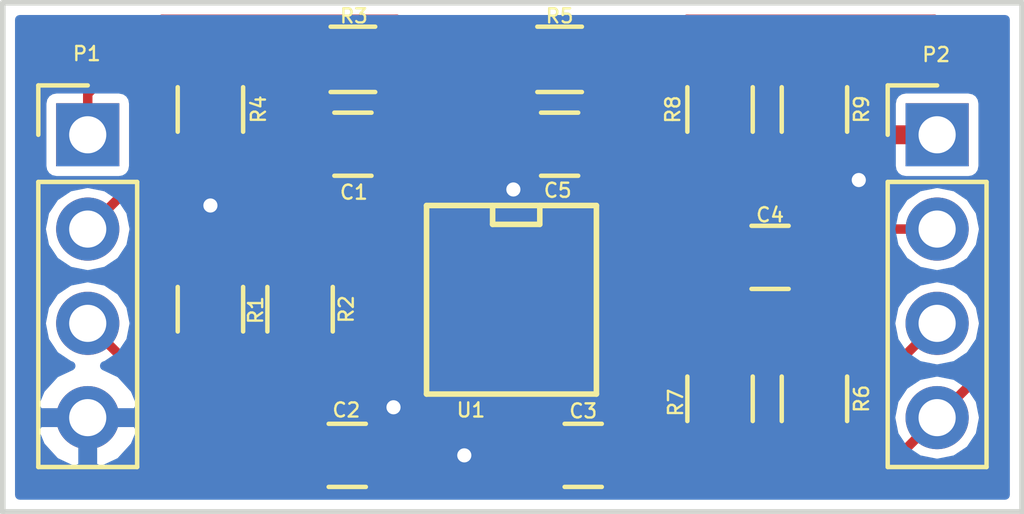
<source format=kicad_pcb>
(kicad_pcb (version 4) (host pcbnew 4.0.1-stable)

  (general
    (links 32)
    (no_connects 24)
    (area 129.718999 97.968999 157.301001 111.835001)
    (thickness 1.6)
    (drawings 4)
    (tracks 99)
    (zones 0)
    (modules 17)
    (nets 13)
  )

  (page A4)
  (layers
    (0 F.Cu signal)
    (31 B.Cu signal)
    (32 B.Adhes user)
    (33 F.Adhes user)
    (34 B.Paste user hide)
    (35 F.Paste user hide)
    (36 B.SilkS user)
    (37 F.SilkS user)
    (38 B.Mask user)
    (39 F.Mask user)
    (40 Dwgs.User user)
    (41 Cmts.User user)
    (42 Eco1.User user)
    (43 Eco2.User user)
    (44 Edge.Cuts user)
    (45 Margin user)
    (46 B.CrtYd user)
    (47 F.CrtYd user)
    (48 B.Fab user)
    (49 F.Fab user)
  )

  (setup
    (last_trace_width 0.1524)
    (trace_clearance 0.1524)
    (zone_clearance 0.254)
    (zone_45_only no)
    (trace_min 0.1524)
    (segment_width 0.2)
    (edge_width 0.15)
    (via_size 0.508)
    (via_drill 0.254)
    (via_min_size 0.508)
    (via_min_drill 0.254)
    (uvia_size 0.3)
    (uvia_drill 0.1)
    (uvias_allowed no)
    (uvia_min_size 0.2)
    (uvia_min_drill 0.1)
    (pcb_text_width 0.3)
    (pcb_text_size 1.5 1.5)
    (mod_edge_width 0.15)
    (mod_text_size 1 1)
    (mod_text_width 0.15)
    (pad_size 1.524 1.524)
    (pad_drill 0.762)
    (pad_to_mask_clearance 0.0508)
    (aux_axis_origin 0 0)
    (visible_elements 7FFFFF7F)
    (pcbplotparams
      (layerselection 0x00030_80000001)
      (usegerberextensions false)
      (excludeedgelayer true)
      (linewidth 0.100000)
      (plotframeref false)
      (viasonmask false)
      (mode 1)
      (useauxorigin false)
      (hpglpennumber 1)
      (hpglpenspeed 20)
      (hpglpendiameter 15)
      (hpglpenoverlay 2)
      (psnegative false)
      (psa4output false)
      (plotreference true)
      (plotvalue true)
      (plotinvisibletext false)
      (padsonsilk false)
      (subtractmaskfromsilk false)
      (outputformat 1)
      (mirror false)
      (drillshape 1)
      (scaleselection 1)
      (outputdirectory ""))
  )

  (net 0 "")
  (net 1 "Net-(C1-Pad1)")
  (net 2 "Net-(C2-Pad1)")
  (net 3 GND)
  (net 4 "Net-(C3-Pad1)")
  (net 5 "Net-(C4-Pad1)")
  (net 6 /-IN_A)
  (net 7 /+IN_A)
  (net 8 +5V)
  (net 9 /OUT_B)
  (net 10 /-IN_B)
  (net 11 /+IN_B)
  (net 12 /OUT_A)

  (net_class Default "This is the default net class."
    (clearance 0.1524)
    (trace_width 0.1524)
    (via_dia 0.508)
    (via_drill 0.254)
    (uvia_dia 0.3)
    (uvia_drill 0.1)
  )

  (net_class Power ""
    (clearance 0.254)
    (trace_width 0.508)
    (via_dia 0.635)
    (via_drill 0.381)
    (uvia_dia 0.3)
    (uvia_drill 0.1)
    (add_net +5V)
    (add_net GND)
  )

  (net_class Signal ""
    (clearance 0.2032)
    (trace_width 0.254)
    (via_dia 0.508)
    (via_drill 0.254)
    (uvia_dia 0.3)
    (uvia_drill 0.1)
    (add_net /+IN_A)
    (add_net /+IN_B)
    (add_net /-IN_A)
    (add_net /-IN_B)
    (add_net /OUT_A)
    (add_net /OUT_B)
    (add_net "Net-(C1-Pad1)")
    (add_net "Net-(C2-Pad1)")
    (add_net "Net-(C3-Pad1)")
    (add_net "Net-(C4-Pad1)")
  )

  (module Capacitors_SMD:C_0805_HandSoldering (layer F.Cu) (tedit 5B4695FF) (tstamp 5B3424F7)
    (at 139.2174 101.854)
    (descr "Capacitor SMD 0805, hand soldering")
    (tags "capacitor 0805")
    (path /5B299EFF)
    (attr smd)
    (fp_text reference C1 (at 0.0254 1.2954) (layer F.SilkS)
      (effects (font (size 0.381 0.381) (thickness 0.0635)))
    )
    (fp_text value "100 nF" (at 0 1.75) (layer F.Fab) hide
      (effects (font (size 1 1) (thickness 0.15)))
    )
    (fp_text user %R (at 0.0254 -0.0254) (layer F.Fab)
      (effects (font (size 0.381 0.381) (thickness 0.0635)))
    )
    (fp_line (start -1 0.62) (end -1 -0.62) (layer F.Fab) (width 0.1))
    (fp_line (start 1 0.62) (end -1 0.62) (layer F.Fab) (width 0.1))
    (fp_line (start 1 -0.62) (end 1 0.62) (layer F.Fab) (width 0.1))
    (fp_line (start -1 -0.62) (end 1 -0.62) (layer F.Fab) (width 0.1))
    (fp_line (start 0.5 -0.85) (end -0.5 -0.85) (layer F.SilkS) (width 0.12))
    (fp_line (start -0.5 0.85) (end 0.5 0.85) (layer F.SilkS) (width 0.12))
    (fp_line (start -2.25 -0.88) (end 2.25 -0.88) (layer F.CrtYd) (width 0.05))
    (fp_line (start -2.25 -0.88) (end -2.25 0.87) (layer F.CrtYd) (width 0.05))
    (fp_line (start 2.25 0.87) (end 2.25 -0.88) (layer F.CrtYd) (width 0.05))
    (fp_line (start 2.25 0.87) (end -2.25 0.87) (layer F.CrtYd) (width 0.05))
    (pad 1 smd rect (at -1.25 0) (size 1.5 1.25) (layers F.Cu F.Paste F.Mask)
      (net 1 "Net-(C1-Pad1)"))
    (pad 2 smd rect (at 1.25 0) (size 1.5 1.25) (layers F.Cu F.Paste F.Mask)
      (net 12 /OUT_A))
    (model Capacitors_SMD.3dshapes/C_0805.wrl
      (at (xyz 0 0 0))
      (scale (xyz 1 1 1))
      (rotate (xyz 0 0 0))
    )
  )

  (module Capacitors_SMD:C_0805_HandSoldering (layer F.Cu) (tedit 5B4695E7) (tstamp 5B3424FD)
    (at 139.065 110.236)
    (descr "Capacitor SMD 0805, hand soldering")
    (tags "capacitor 0805")
    (path /5B29A05C)
    (attr smd)
    (fp_text reference C2 (at -0.0254 -1.2192) (layer F.SilkS)
      (effects (font (size 0.381 0.381) (thickness 0.0635)))
    )
    (fp_text value "10 nF" (at 0 1.75) (layer F.Fab) hide
      (effects (font (size 1 1) (thickness 0.15)))
    )
    (fp_text user %R (at 0.0254 0) (layer F.Fab)
      (effects (font (size 0.381 0.381) (thickness 0.0635)))
    )
    (fp_line (start -1 0.62) (end -1 -0.62) (layer F.Fab) (width 0.1))
    (fp_line (start 1 0.62) (end -1 0.62) (layer F.Fab) (width 0.1))
    (fp_line (start 1 -0.62) (end 1 0.62) (layer F.Fab) (width 0.1))
    (fp_line (start -1 -0.62) (end 1 -0.62) (layer F.Fab) (width 0.1))
    (fp_line (start 0.5 -0.85) (end -0.5 -0.85) (layer F.SilkS) (width 0.12))
    (fp_line (start -0.5 0.85) (end 0.5 0.85) (layer F.SilkS) (width 0.12))
    (fp_line (start -2.25 -0.88) (end 2.25 -0.88) (layer F.CrtYd) (width 0.05))
    (fp_line (start -2.25 -0.88) (end -2.25 0.87) (layer F.CrtYd) (width 0.05))
    (fp_line (start 2.25 0.87) (end 2.25 -0.88) (layer F.CrtYd) (width 0.05))
    (fp_line (start 2.25 0.87) (end -2.25 0.87) (layer F.CrtYd) (width 0.05))
    (pad 1 smd rect (at -1.25 0) (size 1.5 1.25) (layers F.Cu F.Paste F.Mask)
      (net 2 "Net-(C2-Pad1)"))
    (pad 2 smd rect (at 1.25 0) (size 1.5 1.25) (layers F.Cu F.Paste F.Mask)
      (net 3 GND))
    (model Capacitors_SMD.3dshapes/C_0805.wrl
      (at (xyz 0 0 0))
      (scale (xyz 1 1 1))
      (rotate (xyz 0 0 0))
    )
  )

  (module Capacitors_SMD:C_0805_HandSoldering (layer F.Cu) (tedit 5B46965E) (tstamp 5B342503)
    (at 145.415 110.236 180)
    (descr "Capacitor SMD 0805, hand soldering")
    (tags "capacitor 0805")
    (path /5B29A23E)
    (attr smd)
    (fp_text reference C3 (at 0 1.1938 180) (layer F.SilkS)
      (effects (font (size 0.381 0.381) (thickness 0.0635)))
    )
    (fp_text value 0 (at 0 1.75 180) (layer F.Fab) hide
      (effects (font (size 1 1) (thickness 0.15)))
    )
    (fp_text user %R (at 0.0254 -0.0254 180) (layer F.Fab)
      (effects (font (size 0.381 0.381) (thickness 0.0635)))
    )
    (fp_line (start -1 0.62) (end -1 -0.62) (layer F.Fab) (width 0.1))
    (fp_line (start 1 0.62) (end -1 0.62) (layer F.Fab) (width 0.1))
    (fp_line (start 1 -0.62) (end 1 0.62) (layer F.Fab) (width 0.1))
    (fp_line (start -1 -0.62) (end 1 -0.62) (layer F.Fab) (width 0.1))
    (fp_line (start 0.5 -0.85) (end -0.5 -0.85) (layer F.SilkS) (width 0.12))
    (fp_line (start -0.5 0.85) (end 0.5 0.85) (layer F.SilkS) (width 0.12))
    (fp_line (start -2.25 -0.88) (end 2.25 -0.88) (layer F.CrtYd) (width 0.05))
    (fp_line (start -2.25 -0.88) (end -2.25 0.87) (layer F.CrtYd) (width 0.05))
    (fp_line (start 2.25 0.87) (end 2.25 -0.88) (layer F.CrtYd) (width 0.05))
    (fp_line (start 2.25 0.87) (end -2.25 0.87) (layer F.CrtYd) (width 0.05))
    (pad 1 smd rect (at -1.25 0 180) (size 1.5 1.25) (layers F.Cu F.Paste F.Mask)
      (net 4 "Net-(C3-Pad1)"))
    (pad 2 smd rect (at 1.25 0 180) (size 1.5 1.25) (layers F.Cu F.Paste F.Mask)
      (net 3 GND))
    (model Capacitors_SMD.3dshapes/C_0805.wrl
      (at (xyz 0 0 0))
      (scale (xyz 1 1 1))
      (rotate (xyz 0 0 0))
    )
  )

  (module Capacitors_SMD:C_0805_HandSoldering (layer F.Cu) (tedit 5B46969A) (tstamp 5B342509)
    (at 150.4442 104.902 180)
    (descr "Capacitor SMD 0805, hand soldering")
    (tags "capacitor 0805")
    (path /5B29A161)
    (attr smd)
    (fp_text reference C4 (at 0 1.143 180) (layer F.SilkS)
      (effects (font (size 0.381 0.381) (thickness 0.0635)))
    )
    (fp_text value 0 (at 0 1.75 180) (layer F.Fab) hide
      (effects (font (size 1 1) (thickness 0.15)))
    )
    (fp_text user %R (at -0.0254 -0.0762 180) (layer F.Fab)
      (effects (font (size 0.381 0.381) (thickness 0.0635)))
    )
    (fp_line (start -1 0.62) (end -1 -0.62) (layer F.Fab) (width 0.1))
    (fp_line (start 1 0.62) (end -1 0.62) (layer F.Fab) (width 0.1))
    (fp_line (start 1 -0.62) (end 1 0.62) (layer F.Fab) (width 0.1))
    (fp_line (start -1 -0.62) (end 1 -0.62) (layer F.Fab) (width 0.1))
    (fp_line (start 0.5 -0.85) (end -0.5 -0.85) (layer F.SilkS) (width 0.12))
    (fp_line (start -0.5 0.85) (end 0.5 0.85) (layer F.SilkS) (width 0.12))
    (fp_line (start -2.25 -0.88) (end 2.25 -0.88) (layer F.CrtYd) (width 0.05))
    (fp_line (start -2.25 -0.88) (end -2.25 0.87) (layer F.CrtYd) (width 0.05))
    (fp_line (start 2.25 0.87) (end 2.25 -0.88) (layer F.CrtYd) (width 0.05))
    (fp_line (start 2.25 0.87) (end -2.25 0.87) (layer F.CrtYd) (width 0.05))
    (pad 1 smd rect (at -1.25 0 180) (size 1.5 1.25) (layers F.Cu F.Paste F.Mask)
      (net 5 "Net-(C4-Pad1)"))
    (pad 2 smd rect (at 1.25 0 180) (size 1.5 1.25) (layers F.Cu F.Paste F.Mask)
      (net 9 /OUT_B))
    (model Capacitors_SMD.3dshapes/C_0805.wrl
      (at (xyz 0 0 0))
      (scale (xyz 1 1 1))
      (rotate (xyz 0 0 0))
    )
  )

  (module Pin_Headers:Pin_Header_Straight_1x04_Pitch2.54mm (layer F.Cu) (tedit 5B469460) (tstamp 5B342511)
    (at 132.08 101.6)
    (descr "Through hole straight pin header, 1x04, 2.54mm pitch, single row")
    (tags "Through hole pin header THT 1x04 2.54mm single row")
    (path /5B2A164A)
    (fp_text reference P1 (at -0.0254 -2.1844) (layer F.SilkS)
      (effects (font (size 0.381 0.381) (thickness 0.0635)))
    )
    (fp_text value CONN_01X04 (at 0 9.95) (layer F.Fab) hide
      (effects (font (size 1 1) (thickness 0.15)))
    )
    (fp_line (start -0.635 -1.27) (end 1.27 -1.27) (layer F.Fab) (width 0.1))
    (fp_line (start 1.27 -1.27) (end 1.27 8.89) (layer F.Fab) (width 0.1))
    (fp_line (start 1.27 8.89) (end -1.27 8.89) (layer F.Fab) (width 0.1))
    (fp_line (start -1.27 8.89) (end -1.27 -0.635) (layer F.Fab) (width 0.1))
    (fp_line (start -1.27 -0.635) (end -0.635 -1.27) (layer F.Fab) (width 0.1))
    (fp_line (start -1.33 8.95) (end 1.33 8.95) (layer F.SilkS) (width 0.12))
    (fp_line (start -1.33 1.27) (end -1.33 8.95) (layer F.SilkS) (width 0.12))
    (fp_line (start 1.33 1.27) (end 1.33 8.95) (layer F.SilkS) (width 0.12))
    (fp_line (start -1.33 1.27) (end 1.33 1.27) (layer F.SilkS) (width 0.12))
    (fp_line (start -1.33 0) (end -1.33 -1.33) (layer F.SilkS) (width 0.12))
    (fp_line (start -1.33 -1.33) (end 0 -1.33) (layer F.SilkS) (width 0.12))
    (fp_line (start -1.8 -1.8) (end -1.8 9.4) (layer F.CrtYd) (width 0.05))
    (fp_line (start -1.8 9.4) (end 1.8 9.4) (layer F.CrtYd) (width 0.05))
    (fp_line (start 1.8 9.4) (end 1.8 -1.8) (layer F.CrtYd) (width 0.05))
    (fp_line (start 1.8 -1.8) (end -1.8 -1.8) (layer F.CrtYd) (width 0.05))
    (fp_text user %R (at 0 3.81 90) (layer F.Fab)
      (effects (font (size 0.381 0.381) (thickness 0.0635)))
    )
    (pad 1 thru_hole rect (at 0 0) (size 1.7 1.7) (drill 1) (layers *.Cu *.Mask)
      (net 12 /OUT_A))
    (pad 2 thru_hole oval (at 0 2.54) (size 1.7 1.7) (drill 1) (layers *.Cu *.Mask)
      (net 6 /-IN_A))
    (pad 3 thru_hole oval (at 0 5.08) (size 1.7 1.7) (drill 1) (layers *.Cu *.Mask)
      (net 7 /+IN_A))
    (pad 4 thru_hole oval (at 0 7.62) (size 1.7 1.7) (drill 1) (layers *.Cu *.Mask)
      (net 3 GND))
    (model ${KISYS3DMOD}/Pin_Headers.3dshapes/Pin_Header_Straight_1x04_Pitch2.54mm.wrl
      (at (xyz 0 0 0))
      (scale (xyz 1 1 1))
      (rotate (xyz 0 0 0))
    )
  )

  (module Pin_Headers:Pin_Header_Straight_1x04_Pitch2.54mm (layer F.Cu) (tedit 5B4696D6) (tstamp 5B342519)
    (at 154.94 101.6)
    (descr "Through hole straight pin header, 1x04, 2.54mm pitch, single row")
    (tags "Through hole pin header THT 1x04 2.54mm single row")
    (path /5B2A16E6)
    (fp_text reference P2 (at -0.0254 -2.159) (layer F.SilkS)
      (effects (font (size 0.381 0.381) (thickness 0.0635)))
    )
    (fp_text value CONN_01X04 (at 0 9.95) (layer F.Fab) hide
      (effects (font (size 1 1) (thickness 0.15)))
    )
    (fp_line (start -0.635 -1.27) (end 1.27 -1.27) (layer F.Fab) (width 0.1))
    (fp_line (start 1.27 -1.27) (end 1.27 8.89) (layer F.Fab) (width 0.1))
    (fp_line (start 1.27 8.89) (end -1.27 8.89) (layer F.Fab) (width 0.1))
    (fp_line (start -1.27 8.89) (end -1.27 -0.635) (layer F.Fab) (width 0.1))
    (fp_line (start -1.27 -0.635) (end -0.635 -1.27) (layer F.Fab) (width 0.1))
    (fp_line (start -1.33 8.95) (end 1.33 8.95) (layer F.SilkS) (width 0.12))
    (fp_line (start -1.33 1.27) (end -1.33 8.95) (layer F.SilkS) (width 0.12))
    (fp_line (start 1.33 1.27) (end 1.33 8.95) (layer F.SilkS) (width 0.12))
    (fp_line (start -1.33 1.27) (end 1.33 1.27) (layer F.SilkS) (width 0.12))
    (fp_line (start -1.33 0) (end -1.33 -1.33) (layer F.SilkS) (width 0.12))
    (fp_line (start -1.33 -1.33) (end 0 -1.33) (layer F.SilkS) (width 0.12))
    (fp_line (start -1.8 -1.8) (end -1.8 9.4) (layer F.CrtYd) (width 0.05))
    (fp_line (start -1.8 9.4) (end 1.8 9.4) (layer F.CrtYd) (width 0.05))
    (fp_line (start 1.8 9.4) (end 1.8 -1.8) (layer F.CrtYd) (width 0.05))
    (fp_line (start 1.8 -1.8) (end -1.8 -1.8) (layer F.CrtYd) (width 0.05))
    (fp_text user %R (at 0 3.81 90) (layer F.Fab)
      (effects (font (size 0.381 0.381) (thickness 0.0635)))
    )
    (pad 1 thru_hole rect (at 0 0) (size 1.7 1.7) (drill 1) (layers *.Cu *.Mask)
      (net 8 +5V))
    (pad 2 thru_hole oval (at 0 2.54) (size 1.7 1.7) (drill 1) (layers *.Cu *.Mask)
      (net 9 /OUT_B))
    (pad 3 thru_hole oval (at 0 5.08) (size 1.7 1.7) (drill 1) (layers *.Cu *.Mask)
      (net 10 /-IN_B))
    (pad 4 thru_hole oval (at 0 7.62) (size 1.7 1.7) (drill 1) (layers *.Cu *.Mask)
      (net 11 /+IN_B))
    (model ${KISYS3DMOD}/Pin_Headers.3dshapes/Pin_Header_Straight_1x04_Pitch2.54mm.wrl
      (at (xyz 0 0 0))
      (scale (xyz 1 1 1))
      (rotate (xyz 0 0 0))
    )
  )

  (module Resistors_SMD:R_0805_HandSoldering (layer F.Cu) (tedit 5B4695C0) (tstamp 5B34251F)
    (at 135.382 106.299 270)
    (descr "Resistor SMD 0805, hand soldering")
    (tags "resistor 0805")
    (path /5B29AE9F)
    (attr smd)
    (fp_text reference R1 (at 0.0254 -1.2192 270) (layer F.SilkS)
      (effects (font (size 0.381 0.381) (thickness 0.0635)))
    )
    (fp_text value "3 k" (at 0 1.75 270) (layer F.Fab) hide
      (effects (font (size 1 1) (thickness 0.15)))
    )
    (fp_text user %R (at 0 0 270) (layer F.Fab)
      (effects (font (size 0.381 0.381) (thickness 0.0635)))
    )
    (fp_line (start -1 0.62) (end -1 -0.62) (layer F.Fab) (width 0.1))
    (fp_line (start 1 0.62) (end -1 0.62) (layer F.Fab) (width 0.1))
    (fp_line (start 1 -0.62) (end 1 0.62) (layer F.Fab) (width 0.1))
    (fp_line (start -1 -0.62) (end 1 -0.62) (layer F.Fab) (width 0.1))
    (fp_line (start 0.6 0.88) (end -0.6 0.88) (layer F.SilkS) (width 0.12))
    (fp_line (start -0.6 -0.88) (end 0.6 -0.88) (layer F.SilkS) (width 0.12))
    (fp_line (start -2.35 -0.9) (end 2.35 -0.9) (layer F.CrtYd) (width 0.05))
    (fp_line (start -2.35 -0.9) (end -2.35 0.9) (layer F.CrtYd) (width 0.05))
    (fp_line (start 2.35 0.9) (end 2.35 -0.9) (layer F.CrtYd) (width 0.05))
    (fp_line (start 2.35 0.9) (end -2.35 0.9) (layer F.CrtYd) (width 0.05))
    (pad 1 smd rect (at -1.35 0 270) (size 1.5 1.3) (layers F.Cu F.Paste F.Mask)
      (net 1 "Net-(C1-Pad1)"))
    (pad 2 smd rect (at 1.35 0 270) (size 1.5 1.3) (layers F.Cu F.Paste F.Mask)
      (net 7 /+IN_A))
    (model ${KISYS3DMOD}/Resistors_SMD.3dshapes/R_0805.wrl
      (at (xyz 0 0 0))
      (scale (xyz 1 1 1))
      (rotate (xyz 0 0 0))
    )
  )

  (module Resistors_SMD:R_0805_HandSoldering (layer F.Cu) (tedit 5B4695CE) (tstamp 5B342525)
    (at 137.795 106.299 90)
    (descr "Resistor SMD 0805, hand soldering")
    (tags "resistor 0805")
    (path /5B29999C)
    (attr smd)
    (fp_text reference R2 (at 0 1.2446 90) (layer F.SilkS)
      (effects (font (size 0.381 0.381) (thickness 0.0635)))
    )
    (fp_text value "53.6 k" (at 0 1.75 90) (layer F.Fab) hide
      (effects (font (size 1 1) (thickness 0.15)))
    )
    (fp_text user %R (at 0 0 90) (layer F.Fab)
      (effects (font (size 0.381 0.381) (thickness 0.0635)))
    )
    (fp_line (start -1 0.62) (end -1 -0.62) (layer F.Fab) (width 0.1))
    (fp_line (start 1 0.62) (end -1 0.62) (layer F.Fab) (width 0.1))
    (fp_line (start 1 -0.62) (end 1 0.62) (layer F.Fab) (width 0.1))
    (fp_line (start -1 -0.62) (end 1 -0.62) (layer F.Fab) (width 0.1))
    (fp_line (start 0.6 0.88) (end -0.6 0.88) (layer F.SilkS) (width 0.12))
    (fp_line (start -0.6 -0.88) (end 0.6 -0.88) (layer F.SilkS) (width 0.12))
    (fp_line (start -2.35 -0.9) (end 2.35 -0.9) (layer F.CrtYd) (width 0.05))
    (fp_line (start -2.35 -0.9) (end -2.35 0.9) (layer F.CrtYd) (width 0.05))
    (fp_line (start 2.35 0.9) (end 2.35 -0.9) (layer F.CrtYd) (width 0.05))
    (fp_line (start 2.35 0.9) (end -2.35 0.9) (layer F.CrtYd) (width 0.05))
    (pad 1 smd rect (at -1.35 0 90) (size 1.5 1.3) (layers F.Cu F.Paste F.Mask)
      (net 2 "Net-(C2-Pad1)"))
    (pad 2 smd rect (at 1.35 0 90) (size 1.5 1.3) (layers F.Cu F.Paste F.Mask)
      (net 1 "Net-(C1-Pad1)"))
    (model ${KISYS3DMOD}/Resistors_SMD.3dshapes/R_0805.wrl
      (at (xyz 0 0 0))
      (scale (xyz 1 1 1))
      (rotate (xyz 0 0 0))
    )
  )

  (module Resistors_SMD:R_0805_HandSoldering (layer F.Cu) (tedit 5B46960B) (tstamp 5B34252B)
    (at 139.2174 99.568 180)
    (descr "Resistor SMD 0805, hand soldering")
    (tags "resistor 0805")
    (path /5B299A49)
    (attr smd)
    (fp_text reference R3 (at -0.0254 1.1684 180) (layer F.SilkS)
      (effects (font (size 0.381 0.381) (thickness 0.0635)))
    )
    (fp_text value 0 (at 0 1.75 180) (layer F.Fab) hide
      (effects (font (size 1 1) (thickness 0.15)))
    )
    (fp_text user %R (at 0 0 180) (layer F.Fab)
      (effects (font (size 0.381 0.381) (thickness 0.0635)))
    )
    (fp_line (start -1 0.62) (end -1 -0.62) (layer F.Fab) (width 0.1))
    (fp_line (start 1 0.62) (end -1 0.62) (layer F.Fab) (width 0.1))
    (fp_line (start 1 -0.62) (end 1 0.62) (layer F.Fab) (width 0.1))
    (fp_line (start -1 -0.62) (end 1 -0.62) (layer F.Fab) (width 0.1))
    (fp_line (start 0.6 0.88) (end -0.6 0.88) (layer F.SilkS) (width 0.12))
    (fp_line (start -0.6 -0.88) (end 0.6 -0.88) (layer F.SilkS) (width 0.12))
    (fp_line (start -2.35 -0.9) (end 2.35 -0.9) (layer F.CrtYd) (width 0.05))
    (fp_line (start -2.35 -0.9) (end -2.35 0.9) (layer F.CrtYd) (width 0.05))
    (fp_line (start 2.35 0.9) (end 2.35 -0.9) (layer F.CrtYd) (width 0.05))
    (fp_line (start 2.35 0.9) (end -2.35 0.9) (layer F.CrtYd) (width 0.05))
    (pad 1 smd rect (at -1.35 0 180) (size 1.5 1.3) (layers F.Cu F.Paste F.Mask)
      (net 12 /OUT_A))
    (pad 2 smd rect (at 1.35 0 180) (size 1.5 1.3) (layers F.Cu F.Paste F.Mask)
      (net 6 /-IN_A))
    (model ${KISYS3DMOD}/Resistors_SMD.3dshapes/R_0805.wrl
      (at (xyz 0 0 0))
      (scale (xyz 1 1 1))
      (rotate (xyz 0 0 0))
    )
  )

  (module Resistors_SMD:R_0805_HandSoldering (layer F.Cu) (tedit 5B4695B4) (tstamp 5B342531)
    (at 135.382 100.918 270)
    (descr "Resistor SMD 0805, hand soldering")
    (tags "resistor 0805")
    (path /5B299AFA)
    (attr smd)
    (fp_text reference R4 (at -0.0038 -1.2954 270) (layer F.SilkS)
      (effects (font (size 0.381 0.381) (thickness 0.0635)))
    )
    (fp_text value 0 (at 0 1.75 270) (layer F.Fab) hide
      (effects (font (size 1 1) (thickness 0.15)))
    )
    (fp_text user %R (at 0 0 270) (layer F.Fab)
      (effects (font (size 0.381 0.381) (thickness 0.0635)))
    )
    (fp_line (start -1 0.62) (end -1 -0.62) (layer F.Fab) (width 0.1))
    (fp_line (start 1 0.62) (end -1 0.62) (layer F.Fab) (width 0.1))
    (fp_line (start 1 -0.62) (end 1 0.62) (layer F.Fab) (width 0.1))
    (fp_line (start -1 -0.62) (end 1 -0.62) (layer F.Fab) (width 0.1))
    (fp_line (start 0.6 0.88) (end -0.6 0.88) (layer F.SilkS) (width 0.12))
    (fp_line (start -0.6 -0.88) (end 0.6 -0.88) (layer F.SilkS) (width 0.12))
    (fp_line (start -2.35 -0.9) (end 2.35 -0.9) (layer F.CrtYd) (width 0.05))
    (fp_line (start -2.35 -0.9) (end -2.35 0.9) (layer F.CrtYd) (width 0.05))
    (fp_line (start 2.35 0.9) (end 2.35 -0.9) (layer F.CrtYd) (width 0.05))
    (fp_line (start 2.35 0.9) (end -2.35 0.9) (layer F.CrtYd) (width 0.05))
    (pad 1 smd rect (at -1.35 0 270) (size 1.5 1.3) (layers F.Cu F.Paste F.Mask)
      (net 6 /-IN_A))
    (pad 2 smd rect (at 1.35 0 270) (size 1.5 1.3) (layers F.Cu F.Paste F.Mask)
      (net 3 GND))
    (model ${KISYS3DMOD}/Resistors_SMD.3dshapes/R_0805.wrl
      (at (xyz 0 0 0))
      (scale (xyz 1 1 1))
      (rotate (xyz 0 0 0))
    )
  )

  (module Resistors_SMD:R_0805_HandSoldering (layer F.Cu) (tedit 5B46961F) (tstamp 5B342537)
    (at 144.78 99.568 180)
    (descr "Resistor SMD 0805, hand soldering")
    (tags "resistor 0805")
    (path /5B2A385F)
    (attr smd)
    (fp_text reference R5 (at 0 1.1684 180) (layer F.SilkS)
      (effects (font (size 0.381 0.381) (thickness 0.0635)))
    )
    (fp_text value 0 (at 0 1.75 180) (layer F.Fab) hide
      (effects (font (size 1 1) (thickness 0.15)))
    )
    (fp_text user %R (at 0 0 180) (layer F.Fab)
      (effects (font (size 0.381 0.381) (thickness 0.0635)))
    )
    (fp_line (start -1 0.62) (end -1 -0.62) (layer F.Fab) (width 0.1))
    (fp_line (start 1 0.62) (end -1 0.62) (layer F.Fab) (width 0.1))
    (fp_line (start 1 -0.62) (end 1 0.62) (layer F.Fab) (width 0.1))
    (fp_line (start -1 -0.62) (end 1 -0.62) (layer F.Fab) (width 0.1))
    (fp_line (start 0.6 0.88) (end -0.6 0.88) (layer F.SilkS) (width 0.12))
    (fp_line (start -0.6 -0.88) (end 0.6 -0.88) (layer F.SilkS) (width 0.12))
    (fp_line (start -2.35 -0.9) (end 2.35 -0.9) (layer F.CrtYd) (width 0.05))
    (fp_line (start -2.35 -0.9) (end -2.35 0.9) (layer F.CrtYd) (width 0.05))
    (fp_line (start 2.35 0.9) (end 2.35 -0.9) (layer F.CrtYd) (width 0.05))
    (fp_line (start 2.35 0.9) (end -2.35 0.9) (layer F.CrtYd) (width 0.05))
    (pad 1 smd rect (at -1.35 0 180) (size 1.5 1.3) (layers F.Cu F.Paste F.Mask)
      (net 11 /+IN_B))
    (pad 2 smd rect (at 1.35 0 180) (size 1.5 1.3) (layers F.Cu F.Paste F.Mask)
      (net 12 /OUT_A))
    (model ${KISYS3DMOD}/Resistors_SMD.3dshapes/R_0805.wrl
      (at (xyz 0 0 0))
      (scale (xyz 1 1 1))
      (rotate (xyz 0 0 0))
    )
  )

  (module Resistors_SMD:R_0805_HandSoldering (layer F.Cu) (tedit 5B469685) (tstamp 5B34253D)
    (at 151.638 108.712 270)
    (descr "Resistor SMD 0805, hand soldering")
    (tags "resistor 0805")
    (path /5B299E50)
    (attr smd)
    (fp_text reference R6 (at 0 -1.27 270) (layer F.SilkS)
      (effects (font (size 0.381 0.381) (thickness 0.0635)))
    )
    (fp_text value 0 (at 0 1.75 270) (layer F.Fab) hide
      (effects (font (size 1 1) (thickness 0.15)))
    )
    (fp_text user %R (at 0 0 270) (layer F.Fab)
      (effects (font (size 0.381 0.381) (thickness 0.0635)))
    )
    (fp_line (start -1 0.62) (end -1 -0.62) (layer F.Fab) (width 0.1))
    (fp_line (start 1 0.62) (end -1 0.62) (layer F.Fab) (width 0.1))
    (fp_line (start 1 -0.62) (end 1 0.62) (layer F.Fab) (width 0.1))
    (fp_line (start -1 -0.62) (end 1 -0.62) (layer F.Fab) (width 0.1))
    (fp_line (start 0.6 0.88) (end -0.6 0.88) (layer F.SilkS) (width 0.12))
    (fp_line (start -0.6 -0.88) (end 0.6 -0.88) (layer F.SilkS) (width 0.12))
    (fp_line (start -2.35 -0.9) (end 2.35 -0.9) (layer F.CrtYd) (width 0.05))
    (fp_line (start -2.35 -0.9) (end -2.35 0.9) (layer F.CrtYd) (width 0.05))
    (fp_line (start 2.35 0.9) (end 2.35 -0.9) (layer F.CrtYd) (width 0.05))
    (fp_line (start 2.35 0.9) (end -2.35 0.9) (layer F.CrtYd) (width 0.05))
    (pad 1 smd rect (at -1.35 0 270) (size 1.5 1.3) (layers F.Cu F.Paste F.Mask)
      (net 5 "Net-(C4-Pad1)"))
    (pad 2 smd rect (at 1.35 0 270) (size 1.5 1.3) (layers F.Cu F.Paste F.Mask)
      (net 11 /+IN_B))
    (model ${KISYS3DMOD}/Resistors_SMD.3dshapes/R_0805.wrl
      (at (xyz 0 0 0))
      (scale (xyz 1 1 1))
      (rotate (xyz 0 0 0))
    )
  )

  (module Resistors_SMD:R_0805_HandSoldering (layer F.Cu) (tedit 5B469673) (tstamp 5B342543)
    (at 149.098 108.712 90)
    (descr "Resistor SMD 0805, hand soldering")
    (tags "resistor 0805")
    (path /5B299D93)
    (attr smd)
    (fp_text reference R7 (at -0.1016 -1.1938 90) (layer F.SilkS)
      (effects (font (size 0.381 0.381) (thickness 0.0635)))
    )
    (fp_text value 0 (at 0 1.75 90) (layer F.Fab) hide
      (effects (font (size 1 1) (thickness 0.15)))
    )
    (fp_text user %R (at 0 0 90) (layer F.Fab)
      (effects (font (size 0.381 0.381) (thickness 0.0635)))
    )
    (fp_line (start -1 0.62) (end -1 -0.62) (layer F.Fab) (width 0.1))
    (fp_line (start 1 0.62) (end -1 0.62) (layer F.Fab) (width 0.1))
    (fp_line (start 1 -0.62) (end 1 0.62) (layer F.Fab) (width 0.1))
    (fp_line (start -1 -0.62) (end 1 -0.62) (layer F.Fab) (width 0.1))
    (fp_line (start 0.6 0.88) (end -0.6 0.88) (layer F.SilkS) (width 0.12))
    (fp_line (start -0.6 -0.88) (end 0.6 -0.88) (layer F.SilkS) (width 0.12))
    (fp_line (start -2.35 -0.9) (end 2.35 -0.9) (layer F.CrtYd) (width 0.05))
    (fp_line (start -2.35 -0.9) (end -2.35 0.9) (layer F.CrtYd) (width 0.05))
    (fp_line (start 2.35 0.9) (end 2.35 -0.9) (layer F.CrtYd) (width 0.05))
    (fp_line (start 2.35 0.9) (end -2.35 0.9) (layer F.CrtYd) (width 0.05))
    (pad 1 smd rect (at -1.35 0 90) (size 1.5 1.3) (layers F.Cu F.Paste F.Mask)
      (net 4 "Net-(C3-Pad1)"))
    (pad 2 smd rect (at 1.35 0 90) (size 1.5 1.3) (layers F.Cu F.Paste F.Mask)
      (net 5 "Net-(C4-Pad1)"))
    (model ${KISYS3DMOD}/Resistors_SMD.3dshapes/R_0805.wrl
      (at (xyz 0 0 0))
      (scale (xyz 1 1 1))
      (rotate (xyz 0 0 0))
    )
  )

  (module Resistors_SMD:R_0805_HandSoldering (layer F.Cu) (tedit 5B4696AF) (tstamp 5B342549)
    (at 149.098 100.918 90)
    (descr "Resistor SMD 0805, hand soldering")
    (tags "resistor 0805")
    (path /5B299BAD)
    (attr smd)
    (fp_text reference R8 (at 0 -1.27 90) (layer F.SilkS)
      (effects (font (size 0.381 0.381) (thickness 0.0635)))
    )
    (fp_text value 0 (at 0 1.75 90) (layer F.Fab) hide
      (effects (font (size 1 1) (thickness 0.15)))
    )
    (fp_text user %R (at 0 0 90) (layer F.Fab)
      (effects (font (size 0.381 0.381) (thickness 0.0635)))
    )
    (fp_line (start -1 0.62) (end -1 -0.62) (layer F.Fab) (width 0.1))
    (fp_line (start 1 0.62) (end -1 0.62) (layer F.Fab) (width 0.1))
    (fp_line (start 1 -0.62) (end 1 0.62) (layer F.Fab) (width 0.1))
    (fp_line (start -1 -0.62) (end 1 -0.62) (layer F.Fab) (width 0.1))
    (fp_line (start 0.6 0.88) (end -0.6 0.88) (layer F.SilkS) (width 0.12))
    (fp_line (start -0.6 -0.88) (end 0.6 -0.88) (layer F.SilkS) (width 0.12))
    (fp_line (start -2.35 -0.9) (end 2.35 -0.9) (layer F.CrtYd) (width 0.05))
    (fp_line (start -2.35 -0.9) (end -2.35 0.9) (layer F.CrtYd) (width 0.05))
    (fp_line (start 2.35 0.9) (end 2.35 -0.9) (layer F.CrtYd) (width 0.05))
    (fp_line (start 2.35 0.9) (end -2.35 0.9) (layer F.CrtYd) (width 0.05))
    (pad 1 smd rect (at -1.35 0 90) (size 1.5 1.3) (layers F.Cu F.Paste F.Mask)
      (net 9 /OUT_B))
    (pad 2 smd rect (at 1.35 0 90) (size 1.5 1.3) (layers F.Cu F.Paste F.Mask)
      (net 10 /-IN_B))
    (model ${KISYS3DMOD}/Resistors_SMD.3dshapes/R_0805.wrl
      (at (xyz 0 0 0))
      (scale (xyz 1 1 1))
      (rotate (xyz 0 0 0))
    )
  )

  (module Resistors_SMD:R_0805_HandSoldering (layer F.Cu) (tedit 5B4696C3) (tstamp 5B34254F)
    (at 151.638 100.918 270)
    (descr "Resistor SMD 0805, hand soldering")
    (tags "resistor 0805")
    (path /5B299C9C)
    (attr smd)
    (fp_text reference R9 (at -0.0038 -1.27 270) (layer F.SilkS)
      (effects (font (size 0.381 0.381) (thickness 0.0635)))
    )
    (fp_text value 0 (at 0 1.75 270) (layer F.Fab) hide
      (effects (font (size 1 1) (thickness 0.15)))
    )
    (fp_text user %R (at 0 0 270) (layer F.Fab)
      (effects (font (size 0.381 0.381) (thickness 0.0635)))
    )
    (fp_line (start -1 0.62) (end -1 -0.62) (layer F.Fab) (width 0.1))
    (fp_line (start 1 0.62) (end -1 0.62) (layer F.Fab) (width 0.1))
    (fp_line (start 1 -0.62) (end 1 0.62) (layer F.Fab) (width 0.1))
    (fp_line (start -1 -0.62) (end 1 -0.62) (layer F.Fab) (width 0.1))
    (fp_line (start 0.6 0.88) (end -0.6 0.88) (layer F.SilkS) (width 0.12))
    (fp_line (start -0.6 -0.88) (end 0.6 -0.88) (layer F.SilkS) (width 0.12))
    (fp_line (start -2.35 -0.9) (end 2.35 -0.9) (layer F.CrtYd) (width 0.05))
    (fp_line (start -2.35 -0.9) (end -2.35 0.9) (layer F.CrtYd) (width 0.05))
    (fp_line (start 2.35 0.9) (end 2.35 -0.9) (layer F.CrtYd) (width 0.05))
    (fp_line (start 2.35 0.9) (end -2.35 0.9) (layer F.CrtYd) (width 0.05))
    (pad 1 smd rect (at -1.35 0 270) (size 1.5 1.3) (layers F.Cu F.Paste F.Mask)
      (net 10 /-IN_B))
    (pad 2 smd rect (at 1.35 0 270) (size 1.5 1.3) (layers F.Cu F.Paste F.Mask)
      (net 3 GND))
    (model ${KISYS3DMOD}/Resistors_SMD.3dshapes/R_0805.wrl
      (at (xyz 0 0 0))
      (scale (xyz 1 1 1))
      (rotate (xyz 0 0 0))
    )
  )

  (module SMD_Packages:SOIC-8-N (layer F.Cu) (tedit 5B46964B) (tstamp 5B34255B)
    (at 143.4846 106.045 270)
    (descr "Module Narrow CMS SOJ 8 pins large")
    (tags "CMS SOJ")
    (path /5B299571)
    (attr smd)
    (fp_text reference U1 (at 2.9718 1.0922 360) (layer F.SilkS)
      (effects (font (size 0.381 0.381) (thickness 0.0635)))
    )
    (fp_text value AD8692 (at 0 1.27 270) (layer F.Fab) hide
      (effects (font (size 1 1) (thickness 0.15)))
    )
    (fp_line (start -2.54 -2.286) (end 2.54 -2.286) (layer F.SilkS) (width 0.15))
    (fp_line (start 2.54 -2.286) (end 2.54 2.286) (layer F.SilkS) (width 0.15))
    (fp_line (start 2.54 2.286) (end -2.54 2.286) (layer F.SilkS) (width 0.15))
    (fp_line (start -2.54 2.286) (end -2.54 -2.286) (layer F.SilkS) (width 0.15))
    (fp_line (start -2.54 -0.762) (end -2.032 -0.762) (layer F.SilkS) (width 0.15))
    (fp_line (start -2.032 -0.762) (end -2.032 0.508) (layer F.SilkS) (width 0.15))
    (fp_line (start -2.032 0.508) (end -2.54 0.508) (layer F.SilkS) (width 0.15))
    (pad 8 smd rect (at -1.905 -3.175 270) (size 0.508 1.143) (layers F.Cu F.Paste F.Mask)
      (net 8 +5V))
    (pad 7 smd rect (at -0.635 -3.175 270) (size 0.508 1.143) (layers F.Cu F.Paste F.Mask)
      (net 9 /OUT_B))
    (pad 6 smd rect (at 0.635 -3.175 270) (size 0.508 1.143) (layers F.Cu F.Paste F.Mask)
      (net 10 /-IN_B))
    (pad 5 smd rect (at 1.905 -3.175 270) (size 0.508 1.143) (layers F.Cu F.Paste F.Mask)
      (net 4 "Net-(C3-Pad1)"))
    (pad 4 smd rect (at 1.905 3.175 270) (size 0.508 1.143) (layers F.Cu F.Paste F.Mask)
      (net 3 GND))
    (pad 3 smd rect (at 0.635 3.175 270) (size 0.508 1.143) (layers F.Cu F.Paste F.Mask)
      (net 2 "Net-(C2-Pad1)"))
    (pad 2 smd rect (at -0.635 3.175 270) (size 0.508 1.143) (layers F.Cu F.Paste F.Mask)
      (net 6 /-IN_A))
    (pad 1 smd rect (at -1.905 3.175 270) (size 0.508 1.143) (layers F.Cu F.Paste F.Mask)
      (net 12 /OUT_A))
    (model SMD_Packages.3dshapes/SOIC-8-N.wrl
      (at (xyz 0 0 0))
      (scale (xyz 0.5 0.38 0.5))
      (rotate (xyz 0 0 0))
    )
  )

  (module Capacitors_SMD:C_0805_HandSoldering (layer F.Cu) (tedit 5B469633) (tstamp 5B34286D)
    (at 144.78 101.854 180)
    (descr "Capacitor SMD 0805, hand soldering")
    (tags "capacitor 0805")
    (path /5B34285D)
    (attr smd)
    (fp_text reference C5 (at 0.0508 -1.2446 180) (layer F.SilkS)
      (effects (font (size 0.381 0.381) (thickness 0.0635)))
    )
    (fp_text value "100 nF" (at 0 1.75 180) (layer F.Fab) hide
      (effects (font (size 1 1) (thickness 0.15)))
    )
    (fp_text user %R (at -0.0254 -0.0254 180) (layer F.Fab)
      (effects (font (size 0.381 0.381) (thickness 0.0635)))
    )
    (fp_line (start -1 0.62) (end -1 -0.62) (layer F.Fab) (width 0.1))
    (fp_line (start 1 0.62) (end -1 0.62) (layer F.Fab) (width 0.1))
    (fp_line (start 1 -0.62) (end 1 0.62) (layer F.Fab) (width 0.1))
    (fp_line (start -1 -0.62) (end 1 -0.62) (layer F.Fab) (width 0.1))
    (fp_line (start 0.5 -0.85) (end -0.5 -0.85) (layer F.SilkS) (width 0.12))
    (fp_line (start -0.5 0.85) (end 0.5 0.85) (layer F.SilkS) (width 0.12))
    (fp_line (start -2.25 -0.88) (end 2.25 -0.88) (layer F.CrtYd) (width 0.05))
    (fp_line (start -2.25 -0.88) (end -2.25 0.87) (layer F.CrtYd) (width 0.05))
    (fp_line (start 2.25 0.87) (end 2.25 -0.88) (layer F.CrtYd) (width 0.05))
    (fp_line (start 2.25 0.87) (end -2.25 0.87) (layer F.CrtYd) (width 0.05))
    (pad 1 smd rect (at -1.25 0 180) (size 1.5 1.25) (layers F.Cu F.Paste F.Mask)
      (net 8 +5V))
    (pad 2 smd rect (at 1.25 0 180) (size 1.5 1.25) (layers F.Cu F.Paste F.Mask)
      (net 3 GND))
    (model Capacitors_SMD.3dshapes/C_0805.wrl
      (at (xyz 0 0 0))
      (scale (xyz 1 1 1))
      (rotate (xyz 0 0 0))
    )
  )

  (gr_line (start 129.794 98.044) (end 129.794 111.76) (layer Edge.Cuts) (width 0.15))
  (gr_line (start 157.226 98.044) (end 129.794 98.044) (layer Edge.Cuts) (width 0.15))
  (gr_line (start 157.226 111.76) (end 157.226 98.044) (layer Edge.Cuts) (width 0.15))
  (gr_line (start 129.794 111.76) (end 157.226 111.76) (layer Edge.Cuts) (width 0.15))

  (segment (start 137.9674 101.854) (end 137.9674 104.7766) (width 0.254) (layer F.Cu) (net 1))
  (segment (start 137.9674 104.7766) (end 137.795 104.949) (width 0.254) (layer F.Cu) (net 1))
  (segment (start 135.382 104.949) (end 137.795 104.949) (width 0.254) (layer F.Cu) (net 1))
  (segment (start 137.795 107.649) (end 137.795 110.216) (width 0.254) (layer F.Cu) (net 2))
  (segment (start 137.795 110.216) (end 137.815 110.236) (width 0.254) (layer F.Cu) (net 2))
  (segment (start 140.3096 106.68) (end 139.9921 106.68) (width 0.254) (layer F.Cu) (net 2))
  (segment (start 139.9921 106.68) (end 139.0231 107.649) (width 0.254) (layer F.Cu) (net 2))
  (segment (start 139.0231 107.649) (end 137.795 107.649) (width 0.254) (layer F.Cu) (net 2))
  (segment (start 151.638 102.268) (end 152.2806 102.268) (width 0.508) (layer F.Cu) (net 3))
  (segment (start 152.2806 102.268) (end 152.8318 102.8192) (width 0.508) (layer F.Cu) (net 3))
  (segment (start 151.638 102.268) (end 151.875589 102.505589) (width 0.508) (layer F.Cu) (net 3))
  (via (at 152.8318 102.8192) (size 0.635) (drill 0.381) (layers F.Cu B.Cu) (net 3))
  (segment (start 135.382 102.268) (end 135.382 103.505) (width 0.508) (layer F.Cu) (net 3))
  (via (at 135.382 103.505) (size 0.635) (drill 0.381) (layers F.Cu B.Cu) (net 3))
  (segment (start 135.382 102.268) (end 135.382 102.5398) (width 0.508) (layer F.Cu) (net 3))
  (segment (start 143.53 101.854) (end 143.53 103.0678) (width 0.508) (layer F.Cu) (net 3))
  (segment (start 143.53 103.0678) (end 143.5354 103.0732) (width 0.508) (layer F.Cu) (net 3))
  (via (at 143.5354 103.0732) (size 0.635) (drill 0.381) (layers F.Cu B.Cu) (net 3))
  (segment (start 140.3096 108.9406) (end 140.3096 110.2306) (width 0.508) (layer F.Cu) (net 3))
  (segment (start 140.3096 107.95) (end 140.3096 108.9406) (width 0.508) (layer F.Cu) (net 3))
  (via (at 140.3096 108.9406) (size 0.635) (drill 0.381) (layers F.Cu B.Cu) (net 3))
  (segment (start 142.2146 110.236) (end 144.165 110.236) (width 0.508) (layer F.Cu) (net 3))
  (segment (start 140.315 110.236) (end 142.2146 110.236) (width 0.508) (layer F.Cu) (net 3))
  (via (at 142.2146 110.236) (size 0.635) (drill 0.381) (layers F.Cu B.Cu) (net 3))
  (segment (start 140.3096 110.2306) (end 140.315 110.236) (width 0.508) (layer F.Cu) (net 3))
  (segment (start 149.098 110.062) (end 146.839 110.062) (width 0.254) (layer F.Cu) (net 4))
  (segment (start 146.839 110.062) (end 146.665 110.236) (width 0.254) (layer F.Cu) (net 4))
  (segment (start 146.6596 107.95) (end 146.6596 110.2306) (width 0.254) (layer F.Cu) (net 4))
  (segment (start 146.6596 110.2306) (end 146.665 110.236) (width 0.254) (layer F.Cu) (net 4))
  (segment (start 151.638 107.362) (end 150.734 107.362) (width 0.254) (layer F.Cu) (net 5))
  (segment (start 150.734 107.362) (end 149.098 107.362) (width 0.254) (layer F.Cu) (net 5))
  (segment (start 151.638 107.362) (end 151.638 104.9582) (width 0.254) (layer F.Cu) (net 5))
  (segment (start 151.638 104.9582) (end 151.6942 104.902) (width 0.254) (layer F.Cu) (net 5))
  (segment (start 134.0612 102.1588) (end 132.08 104.14) (width 0.254) (layer F.Cu) (net 6))
  (segment (start 134.0612 99.9848) (end 134.0612 102.1588) (width 0.254) (layer F.Cu) (net 6))
  (segment (start 135.382 99.568) (end 134.478 99.568) (width 0.254) (layer F.Cu) (net 6))
  (segment (start 134.478 99.568) (end 134.0612 99.9848) (width 0.254) (layer F.Cu) (net 6))
  (segment (start 139.2428 104.6607) (end 139.2428 100.8434) (width 0.254) (layer F.Cu) (net 6))
  (segment (start 139.2428 100.8434) (end 137.9674 99.568) (width 0.254) (layer F.Cu) (net 6))
  (segment (start 137.9674 99.568) (end 137.8674 99.568) (width 0.254) (layer F.Cu) (net 6))
  (segment (start 140.3096 105.41) (end 139.9921 105.41) (width 0.254) (layer F.Cu) (net 6))
  (segment (start 139.9921 105.41) (end 139.2428 104.6607) (width 0.254) (layer F.Cu) (net 6))
  (segment (start 135.382 99.568) (end 137.8674 99.568) (width 0.254) (layer F.Cu) (net 6))
  (segment (start 132.08 106.68) (end 133.049 107.649) (width 0.254) (layer F.Cu) (net 7))
  (segment (start 133.049 107.649) (end 135.382 107.649) (width 0.254) (layer F.Cu) (net 7))
  (segment (start 145.9992 102.7176) (end 145.9992 101.8848) (width 0.508) (layer F.Cu) (net 8))
  (segment (start 145.9992 101.8848) (end 146.03 101.854) (width 0.508) (layer F.Cu) (net 8))
  (segment (start 146.6596 104.14) (end 146.6596 103.378) (width 0.508) (layer F.Cu) (net 8))
  (segment (start 146.6596 103.378) (end 145.9992 102.7176) (width 0.508) (layer F.Cu) (net 8))
  (segment (start 154.94 101.6) (end 153.582 101.6) (width 0.508) (layer F.Cu) (net 8))
  (segment (start 153.582 101.6) (end 152.991999 101.009999) (width 0.508) (layer F.Cu) (net 8))
  (segment (start 152.991999 101.009999) (end 148.132001 101.009999) (width 0.508) (layer F.Cu) (net 8))
  (segment (start 148.132001 101.009999) (end 147.288 101.854) (width 0.508) (layer F.Cu) (net 8))
  (segment (start 147.288 101.854) (end 146.03 101.854) (width 0.508) (layer F.Cu) (net 8))
  (segment (start 149.098 102.268) (end 149.098 103.886) (width 0.254) (layer F.Cu) (net 9))
  (segment (start 153.737919 104.14) (end 153.483919 103.886) (width 0.254) (layer F.Cu) (net 9))
  (segment (start 149.098 103.886) (end 149.098 104.8058) (width 0.254) (layer F.Cu) (net 9))
  (segment (start 154.94 104.14) (end 153.737919 104.14) (width 0.254) (layer F.Cu) (net 9))
  (segment (start 153.483919 103.886) (end 149.098 103.886) (width 0.254) (layer F.Cu) (net 9))
  (segment (start 149.1942 104.902) (end 149.3192 104.902) (width 0.254) (layer F.Cu) (net 9))
  (segment (start 146.6596 105.41) (end 148.6862 105.41) (width 0.254) (layer F.Cu) (net 9))
  (segment (start 148.6862 105.41) (end 149.1942 104.902) (width 0.254) (layer F.Cu) (net 9))
  (segment (start 149.098 104.8058) (end 149.1942 104.902) (width 0.254) (layer F.Cu) (net 9))
  (segment (start 148.402838 108.6612) (end 152.9588 108.6612) (width 0.254) (layer F.Cu) (net 10))
  (segment (start 152.9588 108.6612) (end 154.94 106.68) (width 0.254) (layer F.Cu) (net 10))
  (segment (start 147.8534 107.5563) (end 147.8534 108.111762) (width 0.254) (layer F.Cu) (net 10))
  (segment (start 147.8534 108.111762) (end 148.402838 108.6612) (width 0.254) (layer F.Cu) (net 10))
  (segment (start 146.6596 106.68) (end 146.9771 106.68) (width 0.254) (layer F.Cu) (net 10))
  (segment (start 146.9771 106.68) (end 147.8534 107.5563) (width 0.254) (layer F.Cu) (net 10))
  (segment (start 151.638 99.568) (end 149.098 99.568) (width 0.254) (layer F.Cu) (net 10))
  (segment (start 149.098 99.568) (end 148.194 99.568) (width 0.254) (layer F.Cu) (net 10))
  (segment (start 148.194 99.568) (end 147.0256 100.7364) (width 0.254) (layer F.Cu) (net 10))
  (segment (start 146.618198 106.638598) (end 146.6596 106.68) (width 0.254) (layer F.Cu) (net 10))
  (segment (start 147.0256 100.7364) (end 145.086798 100.7364) (width 0.254) (layer F.Cu) (net 10))
  (segment (start 145.086798 100.7364) (end 144.661001 101.162197) (width 0.254) (layer F.Cu) (net 10))
  (segment (start 144.661001 101.162197) (end 144.661001 105.452799) (width 0.254) (layer F.Cu) (net 10))
  (segment (start 144.661001 105.452799) (end 145.8468 106.638598) (width 0.254) (layer F.Cu) (net 10))
  (segment (start 145.8468 106.638598) (end 146.618198 106.638598) (width 0.254) (layer F.Cu) (net 10))
  (segment (start 155.789999 108.370001) (end 154.94 109.22) (width 0.254) (layer F.Cu) (net 11))
  (segment (start 156.628212 100.255817) (end 156.628212 107.531788) (width 0.254) (layer F.Cu) (net 11))
  (segment (start 147.134 99.568) (end 148.214201 98.487799) (width 0.254) (layer F.Cu) (net 11))
  (segment (start 154.860194 98.487799) (end 156.628212 100.255817) (width 0.254) (layer F.Cu) (net 11))
  (segment (start 146.13 99.568) (end 147.134 99.568) (width 0.254) (layer F.Cu) (net 11))
  (segment (start 156.628212 107.531788) (end 155.789999 108.370001) (width 0.254) (layer F.Cu) (net 11))
  (segment (start 148.214201 98.487799) (end 154.860194 98.487799) (width 0.254) (layer F.Cu) (net 11))
  (segment (start 153.326199 110.069999) (end 153.3182 110.062) (width 0.254) (layer F.Cu) (net 11))
  (segment (start 153.3182 110.062) (end 151.638 110.062) (width 0.254) (layer F.Cu) (net 11))
  (segment (start 154.94 109.22) (end 154.090001 110.069999) (width 0.254) (layer F.Cu) (net 11))
  (segment (start 154.090001 110.069999) (end 153.326199 110.069999) (width 0.254) (layer F.Cu) (net 11))
  (segment (start 140.5674 99.568) (end 140.5674 98.664) (width 0.254) (layer F.Cu) (net 12))
  (segment (start 140.5674 98.664) (end 140.391199 98.487799) (width 0.254) (layer F.Cu) (net 12))
  (segment (start 140.391199 98.487799) (end 134.088201 98.487799) (width 0.254) (layer F.Cu) (net 12))
  (segment (start 134.088201 98.487799) (end 132.08 100.496) (width 0.254) (layer F.Cu) (net 12))
  (segment (start 132.08 100.496) (end 132.08 101.6) (width 0.254) (layer F.Cu) (net 12))
  (segment (start 140.4674 101.854) (end 140.4674 103.9822) (width 0.254) (layer F.Cu) (net 12))
  (segment (start 140.4674 103.9822) (end 140.3096 104.14) (width 0.254) (layer F.Cu) (net 12))
  (segment (start 140.4674 101.854) (end 140.4674 99.668) (width 0.254) (layer F.Cu) (net 12))
  (segment (start 140.4674 99.668) (end 140.5674 99.568) (width 0.254) (layer F.Cu) (net 12))
  (segment (start 143.43 99.568) (end 140.5674 99.568) (width 0.254) (layer F.Cu) (net 12))

  (zone (net 3) (net_name GND) (layer B.Cu) (tstamp 0) (hatch edge 0.508)
    (connect_pads (clearance 0.254))
    (min_thickness 0.254)
    (fill yes (arc_segments 16) (thermal_gap 0.508) (thermal_bridge_width 0.508))
    (polygon
      (pts
        (xy 129.794 98.044) (xy 129.794 111.76) (xy 157.226 111.76) (xy 157.226 98.044)
      )
    )
    (filled_polygon
      (pts
        (xy 156.77 111.304) (xy 130.25 111.304) (xy 130.25 109.57689) (xy 130.638524 109.57689) (xy 130.808355 109.986924)
        (xy 131.198642 110.415183) (xy 131.723108 110.661486) (xy 131.953 110.540819) (xy 131.953 109.347) (xy 132.207 109.347)
        (xy 132.207 110.540819) (xy 132.436892 110.661486) (xy 132.961358 110.415183) (xy 133.351645 109.986924) (xy 133.521476 109.57689)
        (xy 133.400155 109.347) (xy 132.207 109.347) (xy 131.953 109.347) (xy 130.759845 109.347) (xy 130.638524 109.57689)
        (xy 130.25 109.57689) (xy 130.25 109.22) (xy 153.684883 109.22) (xy 153.778587 109.691083) (xy 154.045435 110.090448)
        (xy 154.4448 110.357296) (xy 154.915883 110.451) (xy 154.964117 110.451) (xy 155.4352 110.357296) (xy 155.834565 110.090448)
        (xy 156.101413 109.691083) (xy 156.195117 109.22) (xy 156.101413 108.748917) (xy 155.834565 108.349552) (xy 155.4352 108.082704)
        (xy 154.964117 107.989) (xy 154.915883 107.989) (xy 154.4448 108.082704) (xy 154.045435 108.349552) (xy 153.778587 108.748917)
        (xy 153.684883 109.22) (xy 130.25 109.22) (xy 130.25 108.86311) (xy 130.638524 108.86311) (xy 130.759845 109.093)
        (xy 131.953 109.093) (xy 131.953 109.073) (xy 132.207 109.073) (xy 132.207 109.093) (xy 133.400155 109.093)
        (xy 133.521476 108.86311) (xy 133.351645 108.453076) (xy 132.961358 108.024817) (xy 132.536053 107.825083) (xy 132.5752 107.817296)
        (xy 132.974565 107.550448) (xy 133.241413 107.151083) (xy 133.335117 106.68) (xy 153.684883 106.68) (xy 153.778587 107.151083)
        (xy 154.045435 107.550448) (xy 154.4448 107.817296) (xy 154.915883 107.911) (xy 154.964117 107.911) (xy 155.4352 107.817296)
        (xy 155.834565 107.550448) (xy 156.101413 107.151083) (xy 156.195117 106.68) (xy 156.101413 106.208917) (xy 155.834565 105.809552)
        (xy 155.4352 105.542704) (xy 154.964117 105.449) (xy 154.915883 105.449) (xy 154.4448 105.542704) (xy 154.045435 105.809552)
        (xy 153.778587 106.208917) (xy 153.684883 106.68) (xy 133.335117 106.68) (xy 133.241413 106.208917) (xy 132.974565 105.809552)
        (xy 132.5752 105.542704) (xy 132.104117 105.449) (xy 132.055883 105.449) (xy 131.5848 105.542704) (xy 131.185435 105.809552)
        (xy 130.918587 106.208917) (xy 130.824883 106.68) (xy 130.918587 107.151083) (xy 131.185435 107.550448) (xy 131.5848 107.817296)
        (xy 131.623947 107.825083) (xy 131.198642 108.024817) (xy 130.808355 108.453076) (xy 130.638524 108.86311) (xy 130.25 108.86311)
        (xy 130.25 104.14) (xy 130.824883 104.14) (xy 130.918587 104.611083) (xy 131.185435 105.010448) (xy 131.5848 105.277296)
        (xy 132.055883 105.371) (xy 132.104117 105.371) (xy 132.5752 105.277296) (xy 132.974565 105.010448) (xy 133.241413 104.611083)
        (xy 133.335117 104.14) (xy 153.684883 104.14) (xy 153.778587 104.611083) (xy 154.045435 105.010448) (xy 154.4448 105.277296)
        (xy 154.915883 105.371) (xy 154.964117 105.371) (xy 155.4352 105.277296) (xy 155.834565 105.010448) (xy 156.101413 104.611083)
        (xy 156.195117 104.14) (xy 156.101413 103.668917) (xy 155.834565 103.269552) (xy 155.4352 103.002704) (xy 154.964117 102.909)
        (xy 154.915883 102.909) (xy 154.4448 103.002704) (xy 154.045435 103.269552) (xy 153.778587 103.668917) (xy 153.684883 104.14)
        (xy 133.335117 104.14) (xy 133.241413 103.668917) (xy 132.974565 103.269552) (xy 132.5752 103.002704) (xy 132.104117 102.909)
        (xy 132.055883 102.909) (xy 131.5848 103.002704) (xy 131.185435 103.269552) (xy 130.918587 103.668917) (xy 130.824883 104.14)
        (xy 130.25 104.14) (xy 130.25 100.75) (xy 130.841536 100.75) (xy 130.841536 102.45) (xy 130.868103 102.59119)
        (xy 130.951546 102.720865) (xy 131.078866 102.807859) (xy 131.23 102.838464) (xy 132.93 102.838464) (xy 133.07119 102.811897)
        (xy 133.200865 102.728454) (xy 133.287859 102.601134) (xy 133.318464 102.45) (xy 133.318464 100.75) (xy 153.701536 100.75)
        (xy 153.701536 102.45) (xy 153.728103 102.59119) (xy 153.811546 102.720865) (xy 153.938866 102.807859) (xy 154.09 102.838464)
        (xy 155.79 102.838464) (xy 155.93119 102.811897) (xy 156.060865 102.728454) (xy 156.147859 102.601134) (xy 156.178464 102.45)
        (xy 156.178464 100.75) (xy 156.151897 100.60881) (xy 156.068454 100.479135) (xy 155.941134 100.392141) (xy 155.79 100.361536)
        (xy 154.09 100.361536) (xy 153.94881 100.388103) (xy 153.819135 100.471546) (xy 153.732141 100.598866) (xy 153.701536 100.75)
        (xy 133.318464 100.75) (xy 133.291897 100.60881) (xy 133.208454 100.479135) (xy 133.081134 100.392141) (xy 132.93 100.361536)
        (xy 131.23 100.361536) (xy 131.08881 100.388103) (xy 130.959135 100.471546) (xy 130.872141 100.598866) (xy 130.841536 100.75)
        (xy 130.25 100.75) (xy 130.25 98.5) (xy 156.77 98.5)
      )
    )
  )
)

</source>
